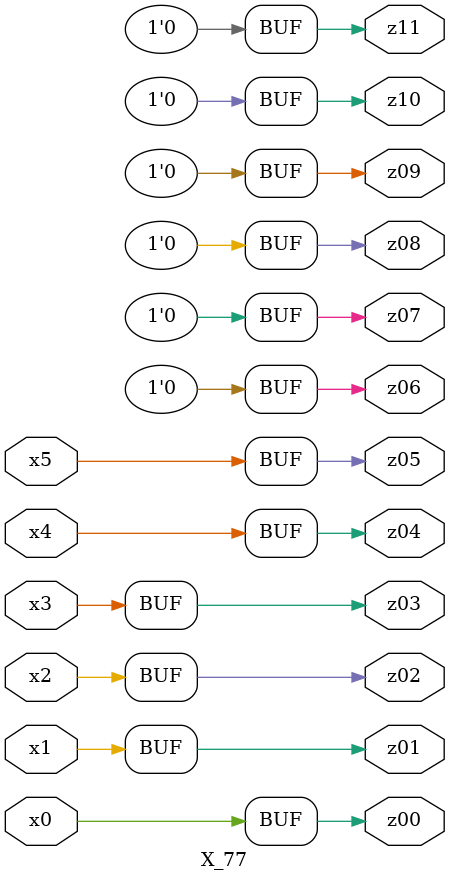
<source format=v>

module X_77 ( 
    x0, x1, x2, x3, x4, x5,
    z00, z01, z02, z03, z04, z05, z06, z07, z08, z09, z10, z11  );
  input  x0, x1, x2, x3, x4, x5;
  output z00, z01, z02, z03, z04, z05, z06, z07, z08, z09, z10, z11;
  assign z00 = x0;
  assign z01 = x1;
  assign z02 = x2;
  assign z03 = x3;
  assign z04 = x4;
  assign z05 = x5;
  assign z06 = 1'b0;
  assign z07 = 1'b0;
  assign z08 = 1'b0;
  assign z09 = 1'b0;
  assign z10 = 1'b0;
  assign z11 = 1'b0;
endmodule



</source>
